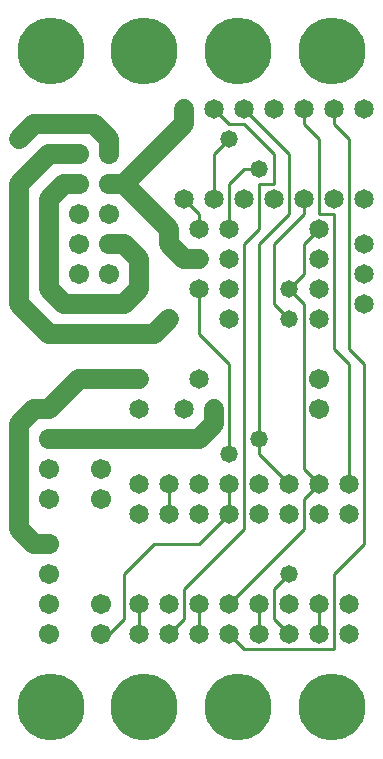
<source format=gtl>
%MOIN*%
%FSLAX25Y25*%
G04 D10 used for Character Trace; *
G04     Circle (OD=.01000) (No hole)*
G04 D11 used for Power Trace; *
G04     Circle (OD=.06500) (No hole)*
G04 D12 used for Signal Trace; *
G04     Circle (OD=.01100) (No hole)*
G04 D13 used for Via; *
G04     Circle (OD=.05800) (Round. Hole ID=.02800)*
G04 D14 used for Component hole; *
G04     Circle (OD=.06500) (Round. Hole ID=.03500)*
G04 D15 used for Component hole; *
G04     Circle (OD=.06700) (Round. Hole ID=.04300)*
G04 D16 used for Component hole; *
G04     Circle (OD=.08100) (Round. Hole ID=.05100)*
G04 D17 used for Component hole; *
G04     Circle (OD=.08900) (Round. Hole ID=.05900)*
G04 D18 used for Component hole; *
G04     Circle (OD=.11300) (Round. Hole ID=.08300)*
G04 D19 used for Component hole; *
G04     Circle (OD=.16000) (Round. Hole ID=.13000)*
G04 D20 used for Component hole; *
G04     Circle (OD=.18300) (Round. Hole ID=.15300)*
G04 D21 used for Component hole; *
G04     Circle (OD=.22291) (Round. Hole ID=.19291)*
%ADD10C,.01000*%
%ADD11C,.06500*%
%ADD12C,.01100*%
%ADD13C,.05800*%
%ADD14C,.06500*%
%ADD15C,.06700*%
%ADD16C,.08100*%
%ADD17C,.08900*%
%ADD18C,.11300*%
%ADD19C,.16000*%
%ADD20C,.18300*%
%ADD21C,.22291*%
%IPPOS*%
%LPD*%
G90*X0Y0D02*D21*X15625Y15625D03*D12*              
X32500Y40000D02*X35000D01*D15*X32500D03*D12*      
X35000D02*X40000Y45000D01*Y60000D01*              
X50000Y70000D01*X65000D01*X75000Y80000D01*D14*D03*
D12*Y90000D01*D14*D03*X85000Y80000D03*D12*        
X95000Y90000D02*X85000Y100000D01*D14*             
X95000Y90000D03*D12*X100000Y75000D02*Y85000D01*   
X75000Y50000D02*X100000Y75000D01*D14*             
X75000Y50000D03*X85000Y40000D03*D12*Y50000D01*D14*
D03*D12*X95000Y40000D02*X90000Y45000D01*D14*      
X95000Y40000D03*D12*X90000Y45000D02*Y55000D01*    
X95000Y60000D01*D13*D03*D14*X105000Y50000D03*D12* 
Y40000D01*D14*D03*D12*X80000Y35000D02*X110000D01* 
X80000D02*X75000Y40000D01*D14*D03*X65000Y50000D03*
D12*Y40000D01*D14*D03*D12*X55000D02*              
X60000Y45000D01*D14*X55000Y40000D03*D12*          
X60000Y45000D02*Y55000D01*X80000Y75000D01*        
Y170000D01*X85000Y175000D01*Y190000D01*X90000D01* 
Y200000D01*X80000Y210000D01*X75000D01*            
X70000Y215000D01*D14*D03*X80000D03*D12*           
X95000Y200000D01*Y180000D01*X85000Y170000D01*     
Y105000D01*D13*D03*D12*Y100000D01*D13*X75000D03*  
D12*Y130000D01*X65000Y140000D01*Y155000D01*D14*   
D03*X75000Y145000D03*Y165000D03*D13*              
X55000Y145000D03*D11*X50000Y140000D01*X15000D01*  
D13*D03*D11*X5000Y150000D01*Y190000D01*           
X15000Y200000D01*X25000D01*D15*D03*               
X35000Y190000D03*D11*X40000D01*X55000Y175000D01*  
D14*D03*D11*Y170000D01*X60000Y165000D01*X65000D01*
D14*D03*X75000Y155000D03*Y175000D03*D12*          
Y190000D01*X80000Y195000D01*X85000D01*D13*D03*    
X75000Y205000D03*D12*X70000Y200000D01*Y185000D01* 
D14*D03*D12*X65000Y175000D02*Y180000D01*D14*      
Y175000D03*D12*Y180000D02*X60000Y185000D01*D14*   
D03*D11*X45000Y155000D02*Y165000D01*              
X40000Y150000D02*X45000Y155000D01*                
X20000Y150000D02*X40000D01*X20000D02*             
X15000Y155000D01*Y185000D01*X20000Y190000D01*     
X25000D01*D15*D03*X35000Y180000D03*Y200000D03*D11*
Y205000D01*X30000Y210000D01*X10000D01*            
X5000Y205000D01*D13*D03*D15*X25000Y180000D03*D21* 
X15625Y234375D03*D11*X45000Y165000D02*            
X40000Y170000D01*X35000D01*D15*D03*               
X25000Y160000D03*Y170000D03*X35000Y160000D03*D11* 
X40000Y190000D02*X60000Y210000D01*Y215000D01*D14* 
D03*D21*X78125Y234375D03*X46875D03*D14*           
X90000Y185000D03*Y215000D03*X80000Y185000D03*D12* 
X90000Y170000D02*X100000Y180000D01*               
X90000Y150000D02*Y170000D01*X95000Y145000D02*     
X90000Y150000D01*D13*X95000Y145000D03*D12*        
X100000Y95000D02*Y150000D01*X105000Y90000D02*     
X100000Y95000D01*D14*X105000Y90000D03*D12*        
X100000Y85000D01*D14*X105000Y80000D03*X95000D03*  
X115000D03*X85000Y90000D03*X115000D03*D12*        
Y130000D01*X110000Y135000D01*Y180000D01*          
X105000D01*Y205000D01*X100000Y210000D01*          
Y215000D01*D14*D03*D12*X115000Y205000D02*         
X110000Y210000D01*X115000Y135000D02*Y205000D01*   
X120000Y130000D02*X115000Y135000D01*              
X120000Y70000D02*Y130000D01*X110000Y60000D02*     
X120000Y70000D01*X110000Y35000D02*Y60000D01*D14*  
X115000Y40000D03*X95000Y50000D03*X115000D03*D21*  
X109375Y15625D03*X78125D03*D14*X65000Y80000D03*   
X55000Y90000D03*D12*Y80000D01*D14*D03*            
X65000Y90000D03*X45000D03*Y80000D03*D15*          
X32500Y95000D03*D11*X15000Y105000D02*X65000D01*   
D15*X15000D03*D11*X5000Y75000D02*Y110000D01*      
X10000Y70000D02*X5000Y75000D01*X10000Y70000D02*   
X15000D01*D15*D03*Y60000D03*X32500Y85000D03*      
X15000D03*Y50000D03*X32500D03*X15000Y95000D03*D14*
X45000Y40000D03*D12*Y50000D01*D14*D03*X55000D03*  
D15*X15000Y40000D03*D21*X46875Y15625D03*D11*      
X65000Y105000D02*X70000Y110000D01*Y115000D01*D14* 
D03*X60000D03*X65000Y125000D03*X45000D03*D11*     
X25000D01*X15000Y115000D01*D15*D03*D11*X10000D01* 
X5000Y110000D01*D14*X45000Y115000D03*D13*         
X95000Y155000D03*D12*X100000Y150000D01*D14*       
X105000Y145000D03*Y155000D03*D12*X95000D02*       
X100000Y160000D01*Y170000D01*X105000Y175000D01*   
D14*D03*D12*X100000Y180000D02*Y185000D01*D14*D03* 
X110000D03*X120000Y170000D03*Y185000D03*          
X105000Y165000D03*D12*X110000Y210000D02*          
Y215000D01*D14*D03*X120000D03*D21*                
X109375Y234375D03*D14*X120000Y160000D03*          
Y150000D03*D15*X105000Y125000D03*Y115000D03*M02*  

</source>
